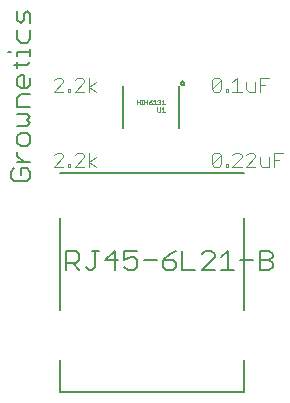
<source format=gto>
G75*
%MOIN*%
%OFA0B0*%
%FSLAX25Y25*%
%IPPOS*%
%LPD*%
%AMOC8*
5,1,8,0,0,1.08239X$1,22.5*
%
%ADD10C,0.00600*%
%ADD11C,0.00800*%
%ADD12C,0.00100*%
%ADD13C,0.00400*%
D10*
X0028557Y0052572D02*
X0028557Y0058978D01*
X0031759Y0058978D01*
X0032827Y0057910D01*
X0032827Y0055775D01*
X0031759Y0054708D01*
X0028557Y0054708D01*
X0030692Y0054708D02*
X0032827Y0052572D01*
X0035002Y0053640D02*
X0036070Y0052572D01*
X0037137Y0052572D01*
X0038205Y0053640D01*
X0038205Y0058978D01*
X0037137Y0058978D02*
X0039273Y0058978D01*
X0041448Y0055775D02*
X0045718Y0055775D01*
X0047893Y0055775D02*
X0047893Y0058978D01*
X0052163Y0058978D01*
X0051096Y0056843D02*
X0052163Y0055775D01*
X0052163Y0053640D01*
X0051096Y0052572D01*
X0048961Y0052572D01*
X0047893Y0053640D01*
X0047893Y0055775D02*
X0050028Y0056843D01*
X0051096Y0056843D01*
X0054339Y0055775D02*
X0058609Y0055775D01*
X0060784Y0055775D02*
X0060784Y0053640D01*
X0061852Y0052572D01*
X0063987Y0052572D01*
X0065054Y0053640D01*
X0065054Y0054708D01*
X0063987Y0055775D01*
X0060784Y0055775D01*
X0062919Y0057910D01*
X0065054Y0058978D01*
X0067230Y0058978D02*
X0067230Y0052572D01*
X0071500Y0052572D01*
X0073675Y0052572D02*
X0077945Y0056843D01*
X0077945Y0057910D01*
X0076878Y0058978D01*
X0074743Y0058978D01*
X0073675Y0057910D01*
X0073675Y0052572D02*
X0077945Y0052572D01*
X0080121Y0052572D02*
X0084391Y0052572D01*
X0082256Y0052572D02*
X0082256Y0058978D01*
X0080121Y0056843D01*
X0086566Y0055775D02*
X0090836Y0055775D01*
X0093012Y0055775D02*
X0096214Y0055775D01*
X0097282Y0054708D01*
X0097282Y0053640D01*
X0096214Y0052572D01*
X0093012Y0052572D01*
X0093012Y0058978D01*
X0096214Y0058978D01*
X0097282Y0057910D01*
X0097282Y0056843D01*
X0096214Y0055775D01*
X0066099Y0099702D02*
X0066099Y0113898D01*
X0047501Y0113898D02*
X0047501Y0099702D01*
X0016500Y0101430D02*
X0015432Y0102497D01*
X0016500Y0103565D01*
X0015432Y0104633D01*
X0012230Y0104633D01*
X0012230Y0106808D02*
X0012230Y0110010D01*
X0013297Y0111078D01*
X0016500Y0111078D01*
X0015432Y0113253D02*
X0013297Y0113253D01*
X0012230Y0114321D01*
X0012230Y0116456D01*
X0013297Y0117524D01*
X0014365Y0117524D01*
X0014365Y0113253D01*
X0015432Y0113253D02*
X0016500Y0114321D01*
X0016500Y0116456D01*
X0015432Y0120766D02*
X0016500Y0121834D01*
X0015432Y0120766D02*
X0011162Y0120766D01*
X0012230Y0119699D02*
X0012230Y0121834D01*
X0012230Y0123996D02*
X0012230Y0125063D01*
X0016500Y0125063D01*
X0016500Y0123996D02*
X0016500Y0126131D01*
X0015432Y0128293D02*
X0016500Y0129360D01*
X0016500Y0132563D01*
X0016500Y0134738D02*
X0016500Y0137941D01*
X0015432Y0139009D01*
X0014365Y0137941D01*
X0014365Y0135806D01*
X0013297Y0134738D01*
X0012230Y0135806D01*
X0012230Y0139009D01*
X0012230Y0132563D02*
X0012230Y0129360D01*
X0013297Y0128293D01*
X0015432Y0128293D01*
X0010095Y0125063D02*
X0009027Y0125063D01*
X0012230Y0106808D02*
X0016500Y0106808D01*
X0016500Y0101430D02*
X0015432Y0100362D01*
X0012230Y0100362D01*
X0013297Y0098187D02*
X0012230Y0097119D01*
X0012230Y0094984D01*
X0013297Y0093917D01*
X0015432Y0093917D01*
X0016500Y0094984D01*
X0016500Y0097119D01*
X0015432Y0098187D01*
X0013297Y0098187D01*
X0012230Y0091748D02*
X0012230Y0090681D01*
X0014365Y0088545D01*
X0016500Y0088545D02*
X0012230Y0088545D01*
X0013297Y0086370D02*
X0013297Y0084235D01*
X0013297Y0086370D02*
X0015432Y0086370D01*
X0016500Y0085303D01*
X0016500Y0083168D01*
X0015432Y0082100D01*
X0011162Y0082100D01*
X0010095Y0083168D01*
X0010095Y0085303D01*
X0011162Y0086370D01*
X0041448Y0055775D02*
X0044650Y0058978D01*
X0044650Y0052572D01*
D11*
X0026379Y0022524D02*
X0026379Y0011792D01*
X0087615Y0011792D01*
X0087615Y0022524D01*
X0087615Y0039292D02*
X0087615Y0070024D01*
X0087615Y0085024D02*
X0026379Y0085024D01*
X0026379Y0070024D02*
X0026379Y0039292D01*
X0066735Y0114800D02*
X0066737Y0114847D01*
X0066743Y0114894D01*
X0066753Y0114941D01*
X0066766Y0114986D01*
X0066784Y0115030D01*
X0066805Y0115072D01*
X0066829Y0115113D01*
X0066857Y0115151D01*
X0066888Y0115187D01*
X0066922Y0115220D01*
X0066958Y0115250D01*
X0066997Y0115277D01*
X0067038Y0115301D01*
X0067081Y0115321D01*
X0067125Y0115337D01*
X0067171Y0115350D01*
X0067217Y0115359D01*
X0067265Y0115364D01*
X0067312Y0115365D01*
X0067359Y0115362D01*
X0067406Y0115355D01*
X0067452Y0115344D01*
X0067497Y0115330D01*
X0067541Y0115311D01*
X0067582Y0115289D01*
X0067622Y0115264D01*
X0067660Y0115235D01*
X0067695Y0115204D01*
X0067728Y0115169D01*
X0067757Y0115132D01*
X0067783Y0115093D01*
X0067806Y0115051D01*
X0067825Y0115008D01*
X0067841Y0114963D01*
X0067853Y0114917D01*
X0067861Y0114871D01*
X0067865Y0114824D01*
X0067865Y0114776D01*
X0067861Y0114729D01*
X0067853Y0114683D01*
X0067841Y0114637D01*
X0067825Y0114592D01*
X0067806Y0114549D01*
X0067783Y0114507D01*
X0067757Y0114468D01*
X0067728Y0114431D01*
X0067695Y0114396D01*
X0067660Y0114365D01*
X0067622Y0114336D01*
X0067583Y0114311D01*
X0067541Y0114289D01*
X0067497Y0114270D01*
X0067452Y0114256D01*
X0067406Y0114245D01*
X0067359Y0114238D01*
X0067312Y0114235D01*
X0067265Y0114236D01*
X0067217Y0114241D01*
X0067171Y0114250D01*
X0067125Y0114263D01*
X0067081Y0114279D01*
X0067038Y0114299D01*
X0066997Y0114323D01*
X0066958Y0114350D01*
X0066922Y0114380D01*
X0066888Y0114413D01*
X0066857Y0114449D01*
X0066829Y0114487D01*
X0066805Y0114528D01*
X0066784Y0114570D01*
X0066766Y0114614D01*
X0066753Y0114659D01*
X0066743Y0114706D01*
X0066737Y0114753D01*
X0066735Y0114800D01*
D12*
X0060877Y0109251D02*
X0060877Y0107750D01*
X0060377Y0107750D02*
X0061378Y0107750D01*
X0060877Y0106751D02*
X0060377Y0106251D01*
X0059904Y0106751D02*
X0059904Y0105500D01*
X0059654Y0105250D01*
X0059154Y0105250D01*
X0058903Y0105500D01*
X0058903Y0106751D01*
X0059154Y0107750D02*
X0058903Y0108000D01*
X0059154Y0107750D02*
X0059654Y0107750D01*
X0059904Y0108000D01*
X0059904Y0108250D01*
X0059654Y0108501D01*
X0059404Y0108501D01*
X0059654Y0108501D02*
X0059904Y0108751D01*
X0059904Y0109001D01*
X0059654Y0109251D01*
X0059154Y0109251D01*
X0058903Y0109001D01*
X0057931Y0109251D02*
X0057931Y0107750D01*
X0058431Y0107750D02*
X0057430Y0107750D01*
X0056958Y0108000D02*
X0056958Y0108250D01*
X0056708Y0108501D01*
X0055957Y0108501D01*
X0055957Y0108000D01*
X0056207Y0107750D01*
X0056708Y0107750D01*
X0056958Y0108000D01*
X0057430Y0108751D02*
X0057931Y0109251D01*
X0056958Y0109251D02*
X0056457Y0109001D01*
X0055957Y0108501D01*
X0055485Y0108501D02*
X0054484Y0108501D01*
X0054484Y0109251D02*
X0054484Y0107750D01*
X0054002Y0107750D02*
X0053502Y0107750D01*
X0053752Y0107750D02*
X0053752Y0109251D01*
X0053502Y0109251D02*
X0054002Y0109251D01*
X0053029Y0109251D02*
X0053029Y0107750D01*
X0053029Y0108501D02*
X0052028Y0108501D01*
X0052028Y0109251D02*
X0052028Y0107750D01*
X0055485Y0107750D02*
X0055485Y0109251D01*
X0060377Y0108751D02*
X0060877Y0109251D01*
X0060877Y0106751D02*
X0060877Y0105250D01*
X0060377Y0105250D02*
X0061378Y0105250D01*
D13*
X0077000Y0112767D02*
X0080069Y0115837D01*
X0080069Y0112767D01*
X0079302Y0112000D01*
X0077767Y0112000D01*
X0077000Y0112767D01*
X0077000Y0115837D01*
X0077767Y0116604D01*
X0079302Y0116604D01*
X0080069Y0115837D01*
X0081604Y0112767D02*
X0082371Y0112767D01*
X0082371Y0112000D01*
X0081604Y0112000D01*
X0081604Y0112767D01*
X0083906Y0112000D02*
X0086975Y0112000D01*
X0085441Y0112000D02*
X0085441Y0116604D01*
X0083906Y0115069D01*
X0088510Y0115069D02*
X0088510Y0112767D01*
X0089277Y0112000D01*
X0091579Y0112000D01*
X0091579Y0115069D01*
X0093114Y0114302D02*
X0094648Y0114302D01*
X0093114Y0116604D02*
X0096183Y0116604D01*
X0093114Y0116604D02*
X0093114Y0112000D01*
X0090812Y0091604D02*
X0089277Y0091604D01*
X0088510Y0090837D01*
X0086975Y0090837D02*
X0086208Y0091604D01*
X0084673Y0091604D01*
X0083906Y0090837D01*
X0086975Y0090069D02*
X0083906Y0087000D01*
X0086975Y0087000D01*
X0088510Y0087000D02*
X0091579Y0090069D01*
X0091579Y0090837D01*
X0090812Y0091604D01*
X0093114Y0090069D02*
X0093114Y0087767D01*
X0093881Y0087000D01*
X0096183Y0087000D01*
X0096183Y0090069D01*
X0097718Y0089302D02*
X0099252Y0089302D01*
X0097718Y0087000D02*
X0097718Y0091604D01*
X0100787Y0091604D01*
X0091579Y0087000D02*
X0088510Y0087000D01*
X0086975Y0090069D02*
X0086975Y0090837D01*
X0082371Y0087767D02*
X0082371Y0087000D01*
X0081604Y0087000D01*
X0081604Y0087767D01*
X0082371Y0087767D01*
X0080069Y0087767D02*
X0080069Y0090837D01*
X0077000Y0087767D01*
X0077767Y0087000D01*
X0079302Y0087000D01*
X0080069Y0087767D01*
X0080069Y0090837D02*
X0079302Y0091604D01*
X0077767Y0091604D01*
X0077000Y0090837D01*
X0077000Y0087767D01*
X0038312Y0087000D02*
X0036010Y0088535D01*
X0038312Y0090069D01*
X0036010Y0091604D02*
X0036010Y0087000D01*
X0034475Y0087000D02*
X0031406Y0087000D01*
X0034475Y0090069D01*
X0034475Y0090837D01*
X0033708Y0091604D01*
X0032173Y0091604D01*
X0031406Y0090837D01*
X0029871Y0087767D02*
X0029104Y0087767D01*
X0029104Y0087000D01*
X0029871Y0087000D01*
X0029871Y0087767D01*
X0027569Y0087000D02*
X0024500Y0087000D01*
X0027569Y0090069D01*
X0027569Y0090837D01*
X0026802Y0091604D01*
X0025267Y0091604D01*
X0024500Y0090837D01*
X0024500Y0112000D02*
X0027569Y0115069D01*
X0027569Y0115837D01*
X0026802Y0116604D01*
X0025267Y0116604D01*
X0024500Y0115837D01*
X0024500Y0112000D02*
X0027569Y0112000D01*
X0029104Y0112000D02*
X0029104Y0112767D01*
X0029871Y0112767D01*
X0029871Y0112000D01*
X0029104Y0112000D01*
X0031406Y0112000D02*
X0034475Y0115069D01*
X0034475Y0115837D01*
X0033708Y0116604D01*
X0032173Y0116604D01*
X0031406Y0115837D01*
X0031406Y0112000D02*
X0034475Y0112000D01*
X0036010Y0112000D02*
X0036010Y0116604D01*
X0038312Y0115069D02*
X0036010Y0113535D01*
X0038312Y0112000D01*
M02*

</source>
